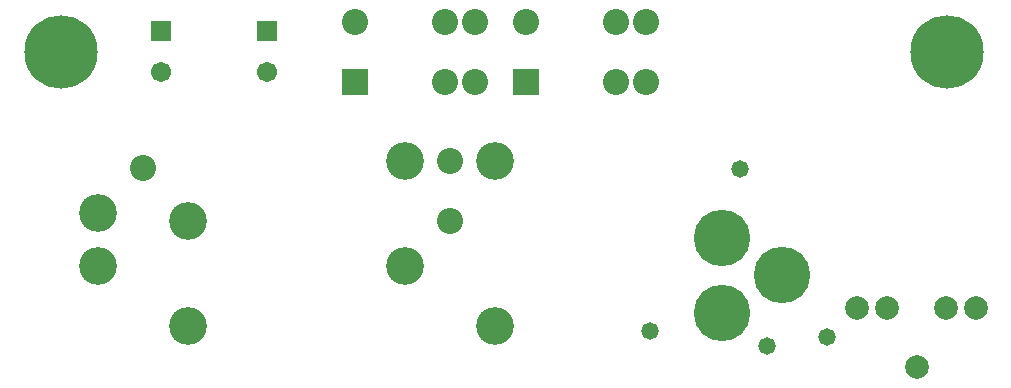
<source format=gbs>
%FSTAX24Y24*%
%MOIN*%
G70*
G01*
G75*
G04 Layer_Color=8388736*
%ADD10R,0.0374X0.0315*%
%ADD11R,0.0709X0.0709*%
%ADD12R,0.0472X0.0256*%
%ADD13R,0.0315X0.0374*%
%ADD14R,0.0670X0.1575*%
%ADD15C,0.0200*%
%ADD16C,0.0079*%
%ADD17C,0.2362*%
%ADD18C,0.0787*%
%ADD19R,0.0787X0.0787*%
%ADD20R,0.0591X0.0591*%
%ADD21C,0.0591*%
%ADD22C,0.1181*%
%ADD23C,0.1800*%
%ADD24C,0.0709*%
%ADD25C,0.0500*%
%ADD26R,0.0454X0.0395*%
%ADD27R,0.0789X0.0789*%
%ADD28R,0.0552X0.0336*%
%ADD29R,0.0395X0.0454*%
%ADD30R,0.0750X0.1655*%
%ADD31C,0.2442*%
%ADD32C,0.0867*%
%ADD33R,0.0867X0.0867*%
%ADD34R,0.0671X0.0671*%
%ADD35C,0.0671*%
%ADD36C,0.1261*%
%ADD37C,0.1880*%
%ADD38C,0.0789*%
%ADD39C,0.0580*%
D31*
X05315Y021654D02*
D03*
X023622D02*
D03*
D32*
X037433Y022654D02*
D03*
X036433D02*
D03*
X033433D02*
D03*
X037433Y020654D02*
D03*
X036433D02*
D03*
X043142Y022654D02*
D03*
X042142D02*
D03*
X039142D02*
D03*
X043142Y020654D02*
D03*
X042142D02*
D03*
X026378Y017776D02*
D03*
X036614Y018024D02*
D03*
Y016024D02*
D03*
D33*
X033433Y020654D02*
D03*
X039142D02*
D03*
D34*
X030512Y022343D02*
D03*
X026969D02*
D03*
D35*
X030512Y020965D02*
D03*
X026969D02*
D03*
D36*
X024878Y014524D02*
D03*
Y016274D02*
D03*
X027878Y016024D02*
D03*
Y012524D02*
D03*
X035114Y014524D02*
D03*
Y018024D02*
D03*
X038114D02*
D03*
Y012524D02*
D03*
D37*
X04565Y01545D02*
D03*
Y01295D02*
D03*
X04765Y0142D02*
D03*
D38*
X05215Y01115D02*
D03*
X050181Y013118D02*
D03*
X054118D02*
D03*
X051166D02*
D03*
X053134D02*
D03*
D39*
X04325Y01235D02*
D03*
X04915Y01215D02*
D03*
X04715Y01185D02*
D03*
X04625Y01775D02*
D03*
M02*

</source>
